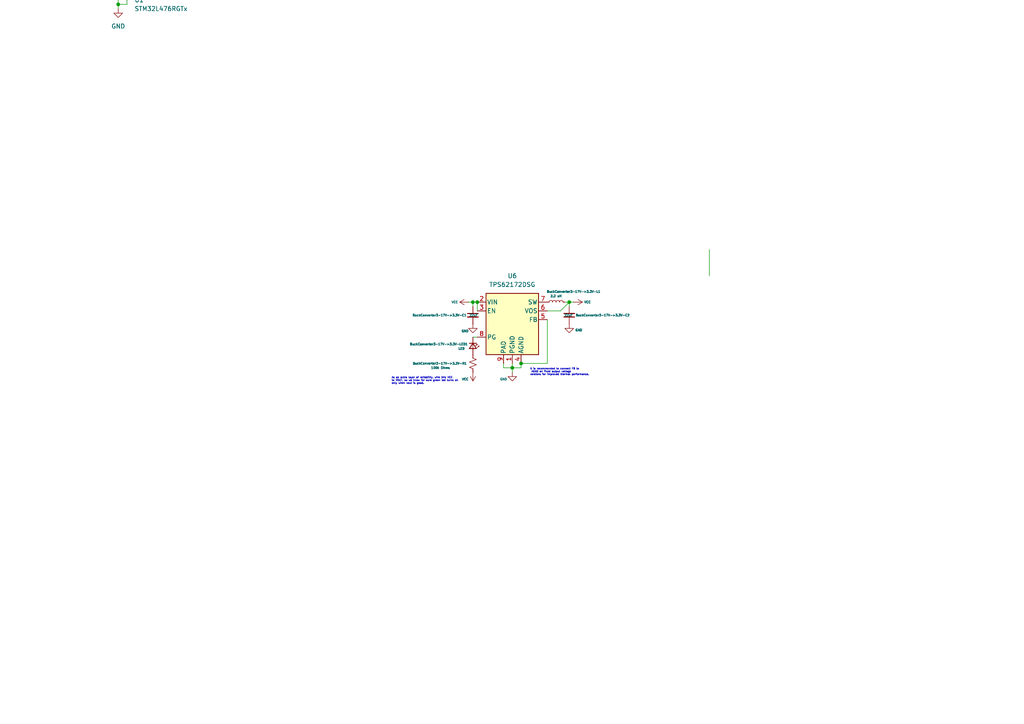
<source format=kicad_sch>
(kicad_sch (version 20250114) (generator "eeschema") (generator_version "9.0")
  (paper "A4")
  (lib_symbols
    (symbol "Connector:USB_C_Receptacle_USB2.0_14P" (pin_names (offset 1.016))
      (property "Reference" "J" (at 0 22.225 0))
      (property "Value" "USB_C_Receptacle_USB2.0_14P" (at 0 19.685 0))
      (symbol "USB_C_Receptacle_USB2.0_14P_0_0"
        (rectangle (start -0.254 -17.78) (end 0.254 -16.764))
        (rectangle (start 10.16 15.494) (end 9.144 14.986))
        (rectangle (start 10.16 10.414) (end 9.144 9.906))
        (rectangle (start 10.16 7.874) (end 9.144 7.366))
        (rectangle (start 10.16 2.794) (end 9.144 2.286))
        (rectangle (start 10.16 0.254) (end 9.144 -0.254))
        (rectangle (start 10.16 -2.286) (end 9.144 -2.794))
        (rectangle (start 10.16 -4.826) (end 9.144 -5.334))
      )
      (symbol "USB_C_Receptacle_USB2.0_14P_0_1"
        (rectangle (start -10.16 17.78) (end 10.16 -17.78) (stroke (width 0.254)) (fill (type background)))
        (polyline (pts (xy -8.89 -3.81) (xy -8.89 3.81)) (stroke (width 0.508)))
        (rectangle (start -7.62 -3.81) (end -6.35 3.81) (stroke (width 0.254)) (fill (type outline)))
        (arc (start -7.62 3.81) (mid -6.985 4.4423) (end -6.35 3.81) (stroke (width 0.254)))
        (arc (start -7.62 3.81) (mid -6.985 4.4423) (end -6.35 3.81) (stroke (width 0.254)) (fill (type outline)))
        (arc (start -8.89 3.81) (mid -6.985 5.7067) (end -5.08 3.81) (stroke (width 0.508)))
        (arc (start -5.08 -3.81) (mid -6.985 -5.7067) (end -8.89 -3.81) (stroke (width 0.508)))
        (arc (start -6.35 -3.81) (mid -6.985 -4.4423) (end -7.62 -3.81) (stroke (width 0.254)))
        (arc (start -6.35 -3.81) (mid -6.985 -4.4423) (end -7.62 -3.81) (stroke (width 0.254)) (fill (type outline)))
        (polyline (pts (xy -5.08 3.81) (xy -5.08 -3.81)) (stroke (width 0.508)))
        (circle (center -2.54 1.143) (radius 0.635) (stroke (width 0.254)) (fill (type outline)))
        (polyline (pts (xy -1.27 4.318) (xy 0 6.858) (xy 1.27 4.318) (xy -1.27 4.318)) (stroke (width 0.254)) (fill (type outline)))
        (polyline (pts (xy 0 -2.032) (xy 2.54 0.508) (xy 2.54 1.778)) (stroke (width 0.508)))
        (polyline (pts (xy 0 -3.302) (xy -2.54 -0.762) (xy -2.54 0.508)) (stroke (width 0.508)))
        (polyline (pts (xy 0 -5.842) (xy 0 4.318)) (stroke (width 0.508)))
        (circle (center 0 -5.842) (radius 1.27) (fill (type outline)))
        (rectangle (start 1.905 1.778) (end 3.175 3.048) (stroke (width 0.254)) (fill (type outline)))
      )
      (symbol "USB_C_Receptacle_USB2.0_14P_1_1"
        (pin passive line (at -7.62 -22.86 90) (length 5.08) (name "SHIELD") (number "S1"))
        (pin passive line (at 0 -22.86 90) (length 5.08) (name "GND") (number "A1"))
        (pin passive line (at 0 -22.86 90) (length 5.08) (hide yes) (name "GND") (number "A12"))
        (pin passive line (at 0 -22.86 90) (length 5.08) (hide yes) (name "GND") (number "B1"))
        (pin passive line (at 0 -22.86 90) (length 5.08) (hide yes) (name "GND") (number "B12"))
        (pin passive line (at 15.24 15.24 180) (length 5.08) (name "VBUS") (number "A4"))
        (pin passive line (at 15.24 15.24 180) (length 5.08) (hide yes) (name "VBUS") (number "A9"))
        (pin passive line (at 15.24 15.24 180) (length 5.08) (hide yes) (name "VBUS") (number "B4"))
        (pin passive line (at 15.24 15.24 180) (length 5.08) (hide yes) (name "VBUS") (number "B9"))
        (pin bidirectional line (at 15.24 10.16 180) (length 5.08) (name "CC1") (number "A5"))
        (pin bidirectional line (at 15.24 7.62 180) (length 5.08) (name "CC2") (number "B5"))
        (pin bidirectional line (at 15.24 2.54 180) (length 5.08) (name "D-") (number "A7"))
        (pin bidirectional line (at 15.24 0 180) (length 5.08) (name "D-") (number "B7"))
        (pin bidirectional line (at 15.24 -2.54 180) (length 5.08) (name "D+") (number "A6"))
        (pin bidirectional line (at 15.24 -5.08 180) (length 5.08) (name "D+") (number "B6"))
      )
    )
    (symbol "Custom_Library:1x2_Battery_Connector"
      (property "Reference" "U" (at 0 0 0))
      (symbol "1x2_Battery_Connector_0_1"
        (rectangle (start -1.27 2.54) (end 1.27 -2.54))
        (rectangle (start -1.27 1.27) (end -3.81 1.27))
        (rectangle (start -1.27 1.27) (end 0 1.27))
        (rectangle (start -1.27 -1.27) (end -3.81 -1.27))
        (rectangle (start -1.27 -1.27) (end 0 -1.27))
      )
      (symbol "1x2_Battery_Connector_1_1"
        (text "1" (at -2.54 2.032 0) (effects (font (size 0.889 0.889))))
        (text "2\n" (at -2.54 -0.508 0) (effects (font (size 0.889 0.889))))
        (text "+" (at 0.508 1.27 0) (effects (font (size 0.635 0.635))))
        (text "-" (at 0.508 -1.27 0) (effects (font (size 0.635 0.635))))
      )
    )
    (symbol "Device:C_Small" (pin_numbers (hide yes)) (pin_names (offset 0.254) (hide yes))
      (property "Reference" "C" (at 0.254 1.778 0))
      (property "Value" "C_Small" (at 0.254 -2.032 0))
      (symbol "C_Small_0_1"
        (polyline (pts (xy -1.524 0.508) (xy 1.524 0.508)) (stroke (width 0.3048)))
        (polyline (pts (xy -1.524 -0.508) (xy 1.524 -0.508)) (stroke (width 0.3302)))
      )
      (symbol "C_Small_1_1"
        (pin passive line (at 0 2.54 270) (length 2.032) (name "~") (number "1"))
        (pin passive line (at 0 -2.54 90) (length 2.032) (name "~") (number "2"))
      )
    )
    (symbol "Device:LED_Small" (pin_numbers (hide yes)) (pin_names (offset 0.254) (hide yes))
      (property "Reference" "D" (at -1.27 3.175 0))
      (property "Value" "LED_Small" (at -4.445 -2.54 0))
      (symbol "LED_Small_0_1"
        (polyline (pts (xy -0.762 -1.016) (xy -0.762 1.016)) (stroke (width 0.254)))
        (polyline (pts (xy 0 0.762) (xy -0.508 1.27) (xy -0.254 1.27) (xy -0.508 1.27) (xy -0.508 1.016)))
        (polyline (pts (xy 0.508 1.27) (xy 0 1.778) (xy 0.254 1.778) (xy 0 1.778) (xy 0 1.524)))
        (polyline (pts (xy 0.762 -1.016) (xy -0.762 0) (xy 0.762 1.016) (xy 0.762 -1.016)) (stroke (width 0.254)))
        (polyline (pts (xy 1.016 0) (xy -0.762 0)))
      )
      (symbol "LED_Small_1_1"
        (pin passive line (at -2.54 0 0) (length 1.778) (name "K") (number "1"))
        (pin passive line (at 2.54 0 180) (length 1.778) (name "A") (number "2"))
      )
    )
    (symbol "Device:L_Small" (pin_numbers (hide yes)) (pin_names (offset 0.254) (hide yes))
      (property "Reference" "L" (at 0.762 1.016 0))
      (property "Value" "L_Small" (at 0.762 -1.016 0))
      (symbol "L_Small_0_1"
        (arc (start 0 2.032) (mid 0.5058 1.524) (end 0 1.016))
        (arc (start 0 1.016) (mid 0.5058 0.508) (end 0 0))
        (arc (start 0 0) (mid 0.5058 -0.508) (end 0 -1.016))
        (arc (start 0 -1.016) (mid 0.5058 -1.524) (end 0 -2.032))
      )
      (symbol "L_Small_1_1"
        (pin passive line (at 0 2.54 270) (length 0.508) (name "~") (number "1"))
        (pin passive line (at 0 -2.54 90) (length 0.508) (name "~") (number "2"))
      )
    )
    (symbol "Device:Polyfuse_Small" (pin_numbers (hide yes)) (pin_names (offset 0))
      (property "Reference" "F" (at -1.905 0 90))
      (property "Value" "Polyfuse_Small" (at 1.905 0 90))
      (symbol "Polyfuse_Small_0_1"
        (polyline (pts (xy -1.016 1.27) (xy -1.016 0.762) (xy 1.016 -0.762) (xy 1.016 -1.27)))
        (rectangle (start -0.508 1.27) (end 0.508 -1.27))
        (polyline (pts (xy 0 2.54) (xy 0 -2.54)))
      )
      (symbol "Polyfuse_Small_1_1"
        (pin passive line (at 0 2.54 270) (length 0.635) (name "~") (number "1"))
        (pin passive line (at 0 -2.54 90) (length 0.635) (name "~") (number "2"))
      )
    )
    (symbol "Device:R_Small_US" (pin_numbers (hide yes)) (pin_names (offset 0.254) (hide yes))
      (property "Reference" "R" (at 0.762 0.508 0))
      (property "Value" "R_Small_US" (at 0.762 -1.016 0))
      (symbol "R_Small_US_1_1"
        (polyline (pts (xy 0 1.524) (xy 1.016 1.143) (xy 0 0.762) (xy -1.016 0.381) (xy 0 0)))
        (polyline (pts (xy 0 0) (xy 1.016 -0.381) (xy 0 -0.762) (xy -1.016 -1.143) (xy 0 -1.524)))
        (pin passive line (at 0 2.54 270) (length 1.016) (name "~") (number "1"))
        (pin passive line (at 0 -2.54 90) (length 1.016) (name "~") (number "2"))
      )
    )
    (symbol "Diode:1N4148WT" (pin_numbers (hide yes)) (pin_names (hide yes))
      (property "Reference" "D" (at 0 2.54 0))
      (property "Value" "1N4148WT" (at 0 -2.54 0))
      (symbol "1N4148WT_0_1"
        (polyline (pts (xy -1.27 1.27) (xy -1.27 -1.27)) (stroke (width 0.254)))
        (polyline (pts (xy 1.27 1.27) (xy 1.27 -1.27) (xy -1.27 0) (xy 1.27 1.27)) (stroke (width 0.254)))
        (polyline (pts (xy 1.27 0) (xy -1.27 0)))
      )
      (symbol "1N4148WT_1_1"
        (pin passive line (at -3.81 0 0) (length 2.54) (name "K") (number "1"))
        (pin passive line (at 3.81 0 180) (length 2.54) (name "A") (number "2"))
      )
    )
    (symbol "MCU_ST_STM32L4:STM32L476RGTx"
      (property "Reference" "U" (at -15.24 46.99 0))
      (property "Value" "STM32L476RGTx" (at 10.16 46.99 0))
      (symbol "STM32L476RGTx_0_1"
        (rectangle (start -15.24 -45.72) (end 15.24 45.72) (stroke (width 0.254)) (fill (type background)))
      )
      (symbol "STM32L476RGTx_1_1"
        (pin input line (at -17.78 40.64 0) (length 2.54) (name "NRST") (number "7"))
        (pin input line (at -17.78 35.56 0) (length 2.54) (name "BOOT0") (number "60"))
        (pin bidirectional line (at -17.78 30.48 0) (length 2.54) (name "PH0") (number "5"))
        (pin bidirectional line (at -17.78 27.94 0) (length 2.54) (name "PH1") (number "6"))
        (pin bidirectional line (at -17.78 22.86 0) (length 2.54) (name "PD2") (number "54"))
        (pin bidirectional line (at -17.78 17.78 0) (length 2.54) (name "PC0") (number "8"))
        (pin bidirectional line (at -17.78 15.24 0) (length 2.54) (name "PC1") (number "9"))
        (pin bidirectional line (at -17.78 12.7 0) (length 2.54) (name "PC2") (number "10"))
        (pin bidirectional line (at -17.78 10.16 0) (length 2.54) (name "PC3") (number "11"))
        (pin bidirectional line (at -17.78 7.62 0) (length 2.54) (name "PC4") (number "24"))
        (pin bidirectional line (at -17.78 5.08 0) (length 2.54) (name "PC5") (number "25"))
        (pin bidirectional line (at -17.78 2.54 0) (length 2.54) (name "PC6") (number "37"))
        (pin bidirectional line (at -17.78 0 0) (length 2.54) (name "PC7") (number "38"))
        (pin bidirectional line (at -17.78 -2.54 0) (length 2.54) (name "PC8") (number "39"))
        (pin bidirectional line (at -17.78 -5.08 0) (length 2.54) (name "PC9") (number "40"))
        (pin bidirectional line (at -17.78 -7.62 0) (length 2.54) (name "PC10") (number "51"))
        (pin bidirectional line (at -17.78 -10.16 0) (length 2.54) (name "PC11") (number "52"))
        (pin bidirectional line (at -17.78 -12.7 0) (length 2.54) (name "PC12") (number "53"))
        (pin bidirectional line (at -17.78 -15.24 0) (length 2.54) (name "PC13") (number "2"))
        (pin bidirectional line (at -17.78 -17.78 0) (length 2.54) (name "PC14") (number "3"))
        (pin bidirectional line (at -17.78 -20.32 0) (length 2.54) (name "PC15") (number "4"))
        (pin power_in line (at -5.08 48.26 270) (length 2.54) (name "VBAT") (number "1"))
        (pin power_in line (at -2.54 48.26 270) (length 2.54) (name "VDD") (number "19"))
        (pin power_in line (at 0 48.26 270) (length 2.54) (name "VDD") (number "32"))
        (pin power_in line (at 0 -48.26 90) (length 2.54) (name "VSS") (number "18"))
        (pin passive line (at 0 -48.26 90) (length 2.54) (hide yes) (name "VSS") (number "31"))
        (pin passive line (at 0 -48.26 90) (length 2.54) (hide yes) (name "VSS") (number "47"))
        (pin passive line (at 0 -48.26 90) (length 2.54) (hide yes) (name "VSS") (number "63"))
        (pin power_in line (at 2.54 48.26 270) (length 2.54) (name "VDD") (number "64"))
        (pin power_in line (at 2.54 -48.26 90) (length 2.54) (name "VSSA") (number "12"))
        (pin power_in line (at 5.08 48.26 270) (length 2.54) (name "VDDA") (number "13"))
        (pin power_in line (at 7.62 48.26 270) (length 2.54) (name "VDDUSB") (number "48"))
        (pin bidirectional line (at 17.78 40.64 180) (length 2.54) (name "PA0") (number "14"))
        (pin bidirectional line (at 17.78 38.1 180) (length 2.54) (name "PA1") (number "15"))
        (pin bidirectional line (at 17.78 35.56 180) (length 2.54) (name "PA2") (number "16"))
        (pin bidirectional line (at 17.78 33.02 180) (length 2.54) (name "PA3") (number "17"))
        (pin bidirectional line (at 17.78 30.48 180) (length 2.54) (name "PA4") (number "20"))
        (pin bidirectional line (at 17.78 27.94 180) (length 2.54) (name "PA5") (number "21"))
        (pin bidirectional line (at 17.78 25.4 180) (length 2.54) (name "PA6") (number "22"))
        (pin bidirectional line (at 17.78 22.86 180) (length 2.54) (name "PA7") (number "23"))
        (pin bidirectional line (at 17.78 20.32 180) (length 2.54) (name "PA8") (number "41"))
        (pin bidirectional line (at 17.78 17.78 180) (length 2.54) (name "PA9") (number "42"))
        (pin bidirectional line (at 17.78 15.24 180) (length 2.54) (name "PA10") (number "43"))
        (pin bidirectional line (at 17.78 12.7 180) (length 2.54) (name "PA11") (number "44"))
        (pin bidirectional line (at 17.78 10.16 180) (length 2.54) (name "PA12") (number "45"))
        (pin bidirectional line (at 17.78 7.62 180) (length 2.54) (name "PA13") (number "46"))
        (pin bidirectional line (at 17.78 5.08 180) (length 2.54) (name "PA14") (number "49"))
        (pin bidirectional line (at 17.78 2.54 180) (length 2.54) (name "PA15") (number "50"))
        (pin bidirectional line (at 17.78 -2.54 180) (length 2.54) (name "PB0") (number "26"))
        (pin bidirectional line (at 17.78 -5.08 180) (length 2.54) (name "PB1") (number "27"))
        (pin bidirectional line (at 17.78 -7.62 180) (length 2.54) (name "PB2") (number "28"))
        (pin bidirectional line (at 17.78 -10.16 180) (length 2.54) (name "PB3") (number "55"))
        (pin bidirectional line (at 17.78 -12.7 180) (length 2.54) (name "PB4") (number "56"))
        (pin bidirectional line (at 17.78 -15.24 180) (length 2.54) (name "PB5") (number "57"))
        (pin bidirectional line (at 17.78 -17.78 180) (length 2.54) (name "PB6") (number "58"))
        (pin bidirectional line (at 17.78 -20.32 180) (length 2.54) (name "PB7") (number "59"))
        (pin bidirectional line (at 17.78 -22.86 180) (length 2.54) (name "PB8") (number "61"))
        (pin bidirectional line (at 17.78 -25.4 180) (length 2.54) (name "PB9") (number "62"))
        (pin bidirectional line (at 17.78 -27.94 180) (length 2.54) (name "PB10") (number "29"))
        (pin bidirectional line (at 17.78 -30.48 180) (length 2.54) (name "PB11") (number "30"))
        (pin bidirectional line (at 17.78 -33.02 180) (length 2.54) (name "PB12") (number "33"))
        (pin bidirectional line (at 17.78 -35.56 180) (length 2.54) (name "PB13") (number "34"))
        (pin bidirectional line (at 17.78 -38.1 180) (length 2.54) (name "PB14") (number "35"))
        (pin bidirectional line (at 17.78 -40.64 180) (length 2.54) (name "PB15") (number "36"))
      )
    )
    (symbol "Power_Protection:USBLC6-2P6" (pin_names (hide yes))
      (property "Reference" "U" (at 0.635 5.715 0))
      (property "Value" "USBLC6-2P6" (at 0.635 3.81 0))
      (symbol "USBLC6-2P6_0_0"
        (circle (center -1.524 0) (radius 0.0001) (stroke (width 0.508)))
        (circle (center -0.508 2.032) (radius 0.0001) (stroke (width 0.508)))
        (circle (center -0.508 -4.572) (radius 0.0001) (stroke (width 0.508)))
        (circle (center 0.508 2.032) (radius 0.0001) (stroke (width 0.508)))
        (circle (center 0.508 -4.572) (radius 0.0001) (stroke (width 0.508)))
        (circle (center 1.524 -2.54) (radius 0.0001) (stroke (width 0.508)))
      )
      (symbol "USBLC6-2P6_0_1"
        (polyline (pts (xy -2.54 0) (xy 2.54 0)))
        (polyline (pts (xy -2.54 -2.54) (xy 2.54 -2.54)))
        (polyline (pts (xy -2.032 0.508) (xy -1.016 0.508) (xy -1.524 1.524) (xy -2.032 0.508)))
        (polyline (pts (xy -2.032 -3.048) (xy -1.016 -3.048)))
        (polyline (pts (xy -1.016 1.524) (xy -2.032 1.524)))
        (polyline (pts (xy -1.016 -4.064) (xy -2.032 -4.064) (xy -1.524 -3.048) (xy -1.016 -4.064)))
        (polyline (pts (xy -0.508 -1.143) (xy -0.508 -0.762) (xy 0.508 -0.762)))
        (polyline (pts (xy 0 2.54) (xy -0.508 2.032) (xy 0.508 2.032) (xy 0 1.524) (xy 0 -4.064) (xy -0.508 -4.572) (xy 0.508 -4.572) (xy 0 -5.08)))
        (polyline (pts (xy 0.508 -1.778) (xy -0.508 -1.778) (xy 0 -0.762) (xy 0.508 -1.778)))
        (polyline (pts (xy 1.016 1.524) (xy 2.032 1.524)))
        (polyline (pts (xy 1.016 -3.048) (xy 2.032 -3.048)))
        (polyline (pts (xy 2.032 0.508) (xy 1.016 0.508) (xy 1.524 1.524) (xy 2.032 0.508)))
        (polyline (pts (xy 2.032 -4.064) (xy 1.016 -4.064) (xy 1.524 -3.048) (xy 2.032 -4.064)))
      )
      (symbol "USBLC6-2P6_1_1"
        (rectangle (start -2.54 2.794) (end 2.54 -5.334) (stroke (width 0.254)) (fill (type background)))
        (polyline (pts (xy -0.508 2.032) (xy -1.524 2.032) (xy -1.524 -4.572) (xy -0.508 -4.572)))
        (polyline (pts (xy 0.508 -4.572) (xy 1.524 -4.572) (xy 1.524 2.032) (xy 0.508 2.032)))
        (pin passive line (at -5.08 0 0) (length 2.54) (name "I/O1") (number "1"))
        (pin passive line (at -5.08 -2.54 0) (length 2.54) (name "I/O2") (number "3"))
        (pin passive line (at 0 5.08 270) (length 2.54) (name "VBUS") (number "5"))
        (pin passive line (at 0 -7.62 90) (length 2.54) (name "GND") (number "2"))
        (pin passive line (at 5.08 0 180) (length 2.54) (name "I/O1") (number "6"))
        (pin passive line (at 5.08 -2.54 180) (length 2.54) (name "I/O2") (number "4"))
      )
    )
    (symbol "Regulator_Switching:TPS62131" (pin_names (offset 0.254))
      (property "Reference" "U" (at 3.81 13.97 0))
      (property "Value" "TPS62131" (at 3.81 11.43 0))
      (symbol "TPS62131_0_1"
        (rectangle (start -7.62 10.16) (end 7.62 -10.16) (stroke (width 0.254)) (fill (type background)))
      )
      (symbol "TPS62131_1_1"
        (pin input line (at -10.16 5.08 0) (length 2.54) (name "EN") (number "13"))
        (pin input line (at -10.16 2.54 0) (length 2.54) (name "SS/TR") (number "9"))
        (pin input line (at -10.16 0 0) (length 2.54) (name "DEF") (number "8"))
        (pin input line (at -10.16 -2.54 0) (length 2.54) (name "FSW") (number "7"))
        (pin power_in line (at 0 12.7 270) (length 2.54) (name "VIN") (number "10"))
        (pin passive line (at 0 12.7 270) (length 2.54) (hide yes) (name "VIN") (number "11"))
        (pin passive line (at 0 12.7 270) (length 2.54) (hide yes) (name "VIN") (number "12"))
        (pin passive line (at 0 -12.7 90) (length 2.54) (hide yes) (name "GND") (number "15"))
        (pin passive line (at 0 -12.7 90) (length 2.54) (hide yes) (name "GND") (number "16"))
        (pin passive line (at 0 -12.7 90) (length 2.54) (hide yes) (name "GND") (number "17"))
        (pin power_in line (at 0 -12.7 90) (length 2.54) (name "GND") (number "6"))
        (pin output line (at 10.16 5.08 180) (length 2.54) (name "SW") (number "1"))
        (pin passive line (at 10.16 5.08 180) (length 2.54) (hide yes) (name "SW") (number "2"))
        (pin passive line (at 10.16 5.08 180) (length 2.54) (hide yes) (name "SW") (number "3"))
        (pin input line (at 10.16 0 180) (length 2.54) (name "VOS") (number "14"))
        (pin open_collector line (at 10.16 -2.54 180) (length 2.54) (name "PG") (number "4"))
        (pin input line (at 10.16 -5.08 180) (length 2.54) (name "FB") (number "5"))
      )
    )
    (symbol "Regulator_Switching:TPS62172DSG" (pin_names (offset 0.254))
      (property "Reference" "U" (at -7.62 11.43 0))
      (property "Value" "TPS62172DSG" (at -1.27 11.43 0))
      (symbol "TPS62172DSG_0_1"
        (rectangle (start -7.62 10.16) (end 7.62 -7.62) (stroke (width 0.254)) (fill (type background)))
      )
      (symbol "TPS62172DSG_1_1"
        (pin power_in line (at -10.16 7.62 0) (length 2.54) (name "VIN") (number "2"))
        (pin input line (at -10.16 5.08 0) (length 2.54) (name "EN") (number "3"))
        (pin open_collector line (at -10.16 -2.54 0) (length 2.54) (name "PG") (number "8"))
        (pin power_in line (at -2.54 -10.16 90) (length 2.54) (name "PAD") (number "9"))
        (pin power_in line (at 0 -10.16 90) (length 2.54) (name "PGND") (number "1"))
        (pin power_in line (at 2.54 -10.16 90) (length 2.54) (name "AGND") (number "4"))
        (pin output line (at 10.16 7.62 180) (length 2.54) (name "SW") (number "7"))
        (pin input line (at 10.16 5.08 180) (length 2.54) (name "VOS") (number "6"))
        (pin input line (at 10.16 2.54 180) (length 2.54) (name "FB") (number "5"))
      )
    )
    (symbol "Sensor_Motion:MPU-9250"
      (property "Reference" "U" (at -11.43 19.05 0))
      (property "Value" "MPU-9250" (at 7.62 -19.05 0))
      (symbol "MPU-9250_0_1"
        (rectangle (start -12.7 17.78) (end 12.7 -17.78) (stroke (width 0.254)) (fill (type background)))
      )
      (symbol "MPU-9250_1_1"
        (pin bidirectional line (at -17.78 7.62 0) (length 5.08) (name "SDA/MOSI") (number "24"))
        (pin bidirectional line (at -17.78 5.08 0) (length 5.08) (name "AD0/MISO") (number "9"))
        (pin input line (at -17.78 2.54 0) (length 5.08) (name "SCL/SCLK") (number "23"))
        (pin input line (at -17.78 0 0) (length 5.08) (name "~{CS}") (number "22"))
        (pin input line (at -17.78 -5.08 0) (length 5.08) (name "FSYNC") (number "11"))
        (pin power_in line (at -2.54 22.86 270) (length 5.08) (name "VDDIO") (number "8"))
        (pin power_in line (at 0 -22.86 90) (length 5.08) (name "GND") (number "18"))
        (pin power_in line (at 2.54 22.86 270) (length 5.08) (name "VDD") (number "13"))
        (pin output line (at 17.78 7.62 180) (length 5.08) (name "INT") (number "12"))
        (pin bidirectional line (at 17.78 2.54 180) (length 5.08) (name "AUX_DA") (number "21"))
        (pin output clock (at 17.78 0 180) (length 5.08) (name "AUX_CL") (number "7"))
        (pin passive line (at 17.78 -5.08 180) (length 5.08) (name "REGOUT") (number "10"))
        (pin input line (at 17.78 -7.62 180) (length 5.08) (name "RESV_VDDIO") (number "1"))
        (pin power_in line (at 17.78 -10.16 180) (length 5.08) (name "RESV_GND") (number "20"))
      )
    )
    (symbol "power:GND" (power) (pin_numbers (hide yes)) (pin_names (offset 0) (hide yes))
      (property "Value" "GND" (at 0 -3.81 0))
      (symbol "GND_0_1"
        (polyline (pts (xy 0 0) (xy 0 -1.27) (xy 1.27 -1.27) (xy 0 -2.54) (xy -1.27 -1.27) (xy 0 -1.27)))
      )
      (symbol "GND_1_1"
        (pin power_in line (at 0 0 270) (length 0) (name "~") (number "1"))
      )
    )
    (symbol "power:VCC" (power) (pin_numbers (hide yes)) (pin_names (offset 0) (hide yes))
      (property "Value" "VCC" (at 0 3.556 0))
      (symbol "VCC_0_1"
        (polyline (pts (xy -0.762 1.27) (xy 0 2.54)))
        (polyline (pts (xy 0 2.54) (xy 0.762 1.27)))
        (polyline (pts (xy 0 0) (xy 0 2.54)))
      )
      (symbol "VCC_1_1"
        (pin power_in line (at 0 0 90) (length 0) (name "~") (number "1"))
      )
    )
  )
  (text "As an extra layer of reliability, wire this VCC \nto VOUT, so we know for sure green led turns on\nonly when vout is good." (at 113.538 110.49 0) (effects (font (size 0.508 0.508)) (justify left)))
  (text "For e sim card\n\ninput 3 - 17v\nfixed output 1.8v\n" (at 146.812 -39.878 0) (effects (font (size 1.27 1.27))))
  (text "It is recommended to connect FB to\n AGND on fixed output voltage \nversions for improved thermal performance.\n" (at 153.67 107.95 0) (effects (font (size 0.508 0.508)) (justify left)))
  (junction (at 133.35 -73.66))
  (junction (at 34.29 1.27))
  (junction (at 137.16 87.63))
  (junction (at 148.59 106.68))
  (junction (at 133.35 -88.9))
  (junction (at 165.1 87.63))
  (junction (at 151.13 105.41))
  (junction (at 138.43 -82.55))
  (junction (at 144.78 -88.9))
  (junction (at 34.29 -107.95))
  (junction (at 133.35 -71.12))
  (junction (at 138.43 87.63))
  (junction (at 34.29 -99.06))
  (junction (at 31.75 -99.06))
  (junction (at 118.11 -50.8))
  (wire (pts (xy 34.29 -99.06) (xy 36.83 -99.06)))
  (wire (pts (xy 29.21 -99.06) (xy 31.75 -99.06)))
  (wire (pts (xy 151.13 105.41) (xy 158.75 105.41)))
  (wire (pts (xy 144.78 -78.74) (xy 144.78 -88.9)))
  (wire (pts (xy 165.1 87.63) (xy 166.37 87.63)))
  (wire (pts (xy 31.75 -96.52) (xy 31.75 -99.06)))
  (wire (pts (xy 148.59 106.68) (xy 151.13 106.68)))
  (wire (pts (xy 133.35 -71.12) (xy 133.35 -68.58)))
  (wire (pts (xy 133.35 -88.9) (xy 144.78 -88.9)))
  (wire (pts (xy 140.97 -92.71) (xy 142.24 -92.71)))
  (wire (pts (xy 133.35 -73.66) (xy 139.7 -73.66)))
  (wire (pts (xy 41.91 -107.95) (xy 44.45 -107.95)))
  (wire (pts (xy 139.7 -82.55) (xy 139.7 -81.28)))
  (wire (pts (xy 148.59 105.41) (xy 148.59 106.68)))
  (wire (pts (xy 138.43 -83.82) (xy 138.43 -82.55)))
  (wire (pts (xy 133.35 -88.9) (xy 133.35 -92.71)))
  (wire (pts (xy 163.83 87.63) (xy 165.1 87.63)))
  (wire (pts (xy 146.05 105.41) (xy 146.05 106.68)))
  (wire (pts (xy 162.56 90.17) (xy 158.75 90.17)))
  (wire (pts (xy 34.29 -99.06) (xy 34.29 -96.52)))
  (wire (pts (xy 110.49 -50.8) (xy 118.11 -50.8)))
  (wire (pts (xy 133.35 -76.2) (xy 133.35 -73.66)))
  (wire (pts (xy 165.1 88.9) (xy 165.1 87.63)))
  (wire (pts (xy 34.29 -107.95) (xy 36.83 -107.95)))
  (wire (pts (xy 205.74 72.39) (xy 205.74 80.01)))
  (wire (pts (xy 137.16 97.79) (xy 138.43 97.79)))
  (wire (pts (xy 34.29 1.27) (xy 34.29 2.54)))
  (wire (pts (xy 138.43 87.63) (xy 138.43 90.17)))
  (wire (pts (xy 133.35 -71.12) (xy 139.7 -71.12)))
  (wire (pts (xy 34.29 0) (xy 34.29 1.27)))
  (wire (pts (xy 118.11 -50.8) (xy 118.11 -49.53)))
  (wire (pts (xy 158.75 92.71) (xy 158.75 105.41)))
  (wire (pts (xy 144.78 -88.9) (xy 146.05 -88.9)))
  (wire (pts (xy 36.83 -99.06) (xy 36.83 -96.52)))
  (wire (pts (xy 162.56 90.17) (xy 165.1 87.63)))
  (wire (pts (xy 34.29 -110.49) (xy 34.29 -107.95)))
  (wire (pts (xy 137.16 87.63) (xy 137.16 88.9)))
  (wire (pts (xy 36.83 0) (xy 36.83 1.27)))
  (wire (pts (xy 146.05 106.68) (xy 148.59 106.68)))
  (wire (pts (xy 29.21 -96.52) (xy 29.21 -99.06)))
  (wire (pts (xy 151.13 -88.9) (xy 152.4 -88.9)))
  (wire (pts (xy 36.83 1.27) (xy 34.29 1.27)))
  (wire (pts (xy 34.29 -107.95) (xy 34.29 -99.06)))
  (wire (pts (xy 138.43 -82.55) (xy 138.43 -81.28)))
  (wire (pts (xy 135.89 87.63) (xy 137.16 87.63)))
  (wire (pts (xy 148.59 106.68) (xy 148.59 107.95)))
  (wire (pts (xy 151.13 105.41) (xy 151.13 106.68)))
  (wire (pts (xy 44.45 -107.95) (xy 44.45 -105.41)))
  (wire (pts (xy 138.43 -82.55) (xy 139.7 -82.55)))
  (wire (pts (xy 137.16 87.63) (xy 138.43 87.63)))
  (wire (pts (xy 31.75 -99.06) (xy 34.29 -99.06)))
  (global_label "USB D-" (shape input) (at 149.86 -73.66 0) (effects (font (size 0.635 0.635))) (property "Intersheetrefs" "${INTERSHEET_REFS}" (effects (hide yes))))
  (global_label "VBUS" (shape input) (at 152.4 -88.9 0) (effects (font (size 0.635 0.635))) (property "Intersheetrefs" "${INTERSHEET_REFS}" (effects (hide yes))))
  (global_label "USB D+" (shape input) (at 149.86 -71.12 0) (effects (font (size 0.635 0.635))) (property "Intersheetrefs" "${INTERSHEET_REFS}" (effects (hide yes))))
  (symbol (lib_id "power:GND") (at 144.78 -96.52 180) (unit 1)
    (property "Reference" "#PWR09" (effects (hide yes)))
    (property "Value" "GND" (at 144.78 -99.822 0) (effects (font (size 0.635 0.635))))
    (property "Description" "Power symbol creates a global label with name \"GND\" , ground" (effects (hide yes)))
  )
  (symbol (lib_id "power:VCC") (at 137.16 107.95 180) (unit 1)
    (property "Reference" "#PWR07" (effects (hide yes)))
    (property "Value" "VCC" (at 135.89 109.982 0) (effects (font (size 0.635 0.635)) (justify left)))
    (property "Description" "Power symbol creates a global label with name \"VCC\"" (effects (hide yes)))
  )
  (symbol (lib_id "Device:C_Small") (at 137.16 91.44 0) (unit 1)
    (property "Reference" "BuckConverter3-17V->3.3V-C1" (at 119.634 91.44 0) (effects (font (size 0.635 0.635)) (justify left)))
    (property "Value" "22uF" (at 136.144 91.44 0) (effects (font (size 0.635 0.635)) (justify left)))
    (property "Footprint" "Capacitor_Tantalum_SMD:CP_EIA-1608-10_AVX-L" (effects (hide yes)))
    (property "Description" "Unpolarized capacitor, small symbol" (effects (hide yes)))
  )
  (symbol (lib_id "power:GND") (at 34.29 2.54 0) (unit 1)
    (property "Reference" "#PWR02" (effects (hide yes)))
    (property "Value" "GND" (at 34.29 7.62 0))
    (property "Description" "Power symbol creates a global label with name \"GND\" , ground" (effects (hide yes)))
  )
  (symbol (lib_id "Device:R_Small_US") (at 137.16 105.41 0) (unit 1)
    (property "Reference" "BuckConverter3-17V->3.3V-R1" (at 127.508 105.41 0) (effects (font (size 0.635 0.635))))
    (property "Value" "100k Ohms" (at 127.762 106.68 0) (effects (font (size 0.635 0.635))))
    (property "Footprint" "Resistor_SMD:R_0402_1005Metric_Pad0.72x0.64mm_HandSolder" (effects (hide yes)))
    (property "Description" "Resistor, small US symbol" (effects (hide yes)))
  )
  (symbol (lib_id "Custom_Library:1x2_Battery_Connector") (at 73.66 -38.1 0) (unit 1)
    (property "Reference" "U2" (at 76.2 -39.4737 0) (effects (justify left)))
    (property "Value" "~" (at 76.2 -36.9337 0) (effects (justify left)))
    (property "Footprint" "Connector_JST:JST_PH_B2B-PH-K_1x02_P2.00mm_Vertical" (effects (hide yes)))
  )
  (symbol (lib_id "Sensor_Motion:MPU-9250") (at 77.47 -72.39 0) (unit 1)
    (property "Reference" "U3" (at 79.6133 -52.07 0) (effects (justify left)))
    (property "Value" "MPU-9250" (at 79.6133 -49.53 0) (effects (justify left)))
    (property "Footprint" "Sensor_Motion:InvenSense_QFN-24_3x3mm_P0.4mm" (effects (hide yes)))
    (property "Datasheet" "https://invensense.tdk.com/wp-content/uploads/2015/02/PS-MPU-9250A-01-v1.1.pdf" (effects (hide yes)))
    (property "Description" "InvenSense 9-Axis Motion Sensor, Accelerometer, Gyroscope, Compass, I2C/SPI" (effects (hide yes)))
  )
  (symbol (lib_id "Connector:USB_C_Receptacle_USB2.0_14P") (at 118.11 -73.66 0) (unit 1)
    (property "Reference" "J1" (at 118.11 -96.52 0))
    (property "Value" "USB_C_Receptacle_USB2.0_14P" (at 118.11 -93.98 0))
    (property "Datasheet" "https://www.usb.org/sites/default/files/documents/usb_type-c.zip" (effects (hide yes)))
    (property "Description" "USB 2.0-only 14P Type-C Receptacle connector" (effects (hide yes)))
  )
  (symbol (lib_id "Regulator_Switching:TPS62131") (at 147.32 -20.32 0) (unit 1)
    (property "Reference" "U5" (at 149.4633 -34.29 0) (effects (justify left)))
    (property "Value" "TPS62131" (at 149.4633 -31.75 0) (effects (justify left)))
    (property "Footprint" "Package_DFN_QFN:VQFN-16-1EP_3x3mm_P0.5mm_EP1.68x1.68mm_ThermalVias" (effects (hide yes)))
    (property "Datasheet" "http://www.ti.com/lit/ds/symlink/tps62130.pdf" (effects (hide yes)))
    (property "Description" "3A Step-Down Converter with DCS-Control, Fixed 1.8V Output Voltage, 3-17V Input Voltage, QFN-16" (effects (hide yes)))
  )
  (symbol (lib_id "Device:L_Small") (at 161.29 87.63 90) (unit 1)
    (property "Reference" "BuckConverter3-17V->3.3V-L1" (at 166.37 84.582 90) (effects (font (size 0.635 0.635))))
    (property "Value" "2.2 uH" (at 161.29 85.852 90) (effects (font (size 0.635 0.635))))
    (property "Footprint" "Inductor_SMD:L_0201_0603Metric_Pad0.64x0.40mm_HandSolder" (effects (hide yes)))
    (property "Description" "Inductor, small symbol" (effects (hide yes)))
  )
  (symbol (lib_id "Regulator_Switching:TPS62172DSG") (at 148.59 95.25 0) (unit 1)
    (property "Reference" "U6" (at 148.59 80.01 0))
    (property "Value" "TPS62172DSG" (at 148.59 82.55 0))
    (property "Footprint" "Package_SON:WSON-8-1EP_2x2mm_P0.5mm_EP0.9x1.6mm_ThermalVias" (effects (hide yes)))
    (property "Datasheet" "http://www.ti.com/lit/ds/symlink/tps62170.pdf" (effects (hide yes)))
    (property "Description" "500mA Step-Down Converter with DCS-Control, fixed 3.3V output, 3-17V input voltage, WSON-8" (effects (hide yes)))
  )
  (symbol (lib_id "power:GND") (at 44.45 -105.41 0) (unit 1)
    (property "Reference" "#PWR03" (effects (hide yes)))
    (property "Value" "GND" (at 44.45 -100.33 0))
    (property "Description" "Power symbol creates a global label with name \"GND\" , ground" (effects (hide yes)))
  )
  (symbol (lib_id "Power_Protection:USBLC6-2P6") (at 144.78 -73.66 0) (unit 1)
    (property "Reference" "U4" (at 149.606 -77.47 0) (effects (font (size 0.635 0.635)) (justify left)))
    (property "Value" "USBLC6-2P6" (at 149.352 -76.454 0) (effects (font (size 0.635 0.635)) (justify left)))
    (property "Footprint" "Package_TO_SOT_SMD:SOT-666" (effects (hide yes)))
    (property "Datasheet" "https://www.st.com/resource/en/datasheet/usblc6-2.pdf" (effects (hide yes)))
    (property "Description" "Very low capacitance ESD protection diode, 2 data-line, SOT-666" (effects (hide yes)))
  )
  (symbol (lib_id "power:GND") (at 148.59 107.95 0) (unit 1)
    (property "Reference" "#PWR011" (effects (hide yes)))
    (property "Value" "GND" (at 146.05 109.982 0) (effects (font (size 0.635 0.635))))
    (property "Description" "Power symbol creates a global label with name \"GND\" , ground" (effects (hide yes)))
  )
  (symbol (lib_id "power:VCC") (at 34.29 -110.49 0) (unit 1)
    (property "Reference" "#PWR01" (effects (hide yes)))
    (property "Value" "VCC" (at 34.29 -115.57 0))
    (property "Description" "Power symbol creates a global label with name \"VCC\"" (effects (hide yes)))
  )
  (symbol (lib_id "power:GND") (at 139.7 -81.28 0) (unit 1)
    (property "Reference" "#PWR08" (effects (hide yes)))
    (property "Value" "GND" (at 139.7 -77.47 0) (effects (font (size 0.635 0.635))))
    (property "Description" "Power symbol creates a global label with name \"GND\" , ground" (effects (hide yes)))
  )
  (symbol (lib_id "Device:C_Small") (at 39.37 -107.95 90) (unit 1)
    (property "Reference" "C1" (at 39.3763 -114.3 90))
    (property "Value" "C_Small" (at 39.3763 -111.76 90))
    (property "Description" "Unpolarized capacitor, small symbol" (effects (hide yes)))
  )
  (symbol (lib_id "power:GND") (at 144.78 -66.04 0) (unit 1)
    (property "Reference" "#PWR010" (effects (hide yes)))
    (property "Value" "GND" (at 144.78 -62.23 0) (effects (font (size 0.635 0.635))))
    (property "Description" "Power symbol creates a global label with name \"GND\" , ground" (effects (hide yes)))
  )
  (symbol (lib_id "power:VCC") (at 135.89 87.63 90) (unit 1)
    (property "Reference" "#PWR05" (effects (hide yes)))
    (property "Value" "VCC" (at 132.842 87.63 90) (effects (font (size 0.635 0.635)) (justify left)))
    (property "Description" "Power symbol creates a global label with name \"VCC\"" (effects (hide yes)))
  )
  (symbol (lib_id "Device:R_Small_US") (at 135.89 -83.82 270) (unit 1)
    (property "Reference" "R1" (at 132.08 -86.36 90) (effects (font (size 0.635 0.635))))
    (property "Value" "R_Small_US" (at 135.89 -86.36 90) (effects (font (size 0.635 0.635))))
    (property "Description" "Resistor, small US symbol" (effects (hide yes)))
  )
  (symbol (lib_id "Device:C_Small") (at 165.1 91.44 180) (unit 1)
    (property "Reference" "BuckConverter3-17V->3.3V-C2" (at 182.626 91.44 0) (effects (font (size 0.635 0.635)) (justify left)))
    (property "Value" "22uF" (at 166.116 91.44 0) (effects (font (size 0.635 0.635)) (justify left)))
    (property "Footprint" "Capacitor_Tantalum_SMD:CP_EIA-1608-10_AVX-L" (effects (hide yes)))
    (property "Description" "Unpolarized capacitor, small symbol" (effects (hide yes)))
  )
  (symbol (lib_id "power:GND") (at 118.11 -49.53 0) (unit 1)
    (property "Reference" "#PWR04" (effects (hide yes)))
    (property "Value" "GND" (at 118.11 -45.72 0))
    (property "Description" "Power symbol creates a global label with name \"GND\" , ground" (effects (hide yes)))
  )
  (symbol (lib_id "power:GND") (at 165.1 93.98 0) (unit 1)
    (property "Reference" "#PWR012" (effects (hide yes)))
    (property "Value" "GND" (at 167.894 95.758 0) (effects (font (size 0.635 0.635))))
    (property "Description" "Power symbol creates a global label with name \"GND\" , ground" (effects (hide yes)))
  )
  (symbol (lib_id "power:GND") (at 137.16 93.98 0) (unit 1)
    (property "Reference" "#PWR06" (effects (hide yes)))
    (property "Value" "GND" (at 134.874 96.012 0) (effects (font (size 0.635 0.635))))
    (property "Description" "Power symbol creates a global label with name \"GND\" , ground" (effects (hide yes)))
  )
  (symbol (lib_id "MCU_ST_STM32L4:STM32L476RGTx") (at 34.29 -48.26 0) (unit 1)
    (property "Reference" "U1" (at 38.9733 0 0) (effects (justify left)))
    (property "Value" "STM32L476RGTx" (at 38.9733 2.54 0) (effects (justify left)))
    (property "Footprint" "Package_QFP:LQFP-64_10x10mm_P0.5mm" (effects (hide yes)))
    (property "Datasheet" "https://www.st.com/resource/en/datasheet/stm32l476rg.pdf" (effects (hide yes)))
    (property "Description" "STMicroelectronics Arm Cortex-M4 MCU, 1024KB flash, 128KB RAM, 80 MHz, 1.71-3.6V, 51 GPIO, LQFP64" (effects (hide yes)))
  )
  (symbol (lib_id "Device:C_Small") (at 144.78 -93.98 0) (unit 1)
    (property "Reference" "C2" (at 147.32 -95.2438 0) (effects (justify left)))
    (property "Value" "C_Small" (at 147.32 -92.7038 0) (effects (justify left)))
    (property "Description" "Unpolarized capacitor, small symbol" (effects (hide yes)))
  )
  (symbol (lib_id "Device:LED_Small") (at 137.16 100.33 270) (unit 1)
    (property "Reference" "BuckConverter3-17V->3.3V-LED1" (at 127.254 99.822 90) (effects (font (size 0.635 0.635))))
    (property "Value" "LED" (at 133.858 101.092 90) (effects (font (size 0.635 0.635))))
    (property "Footprint" "LED_SMD:LED_0201_0603Metric_Pad0.64x0.40mm_HandSolder" (effects (hide yes)))
    (property "Description" "Light emitting diode, small symbol" (effects (hide yes)))
    (property "Sim.Pins" "1=K 2=A" (effects (hide yes)))
  )
  (symbol (lib_id "Device:Polyfuse_Small") (at 148.59 -88.9 90) (unit 1)
    (property "Reference" "F1" (at 148.844 -87.122 90) (effects (font (size 0.635 0.635))))
    (property "Value" "Polyfuse_Small" (at 149.606 -86.106 90) (effects (font (size 0.635 0.635))))
    (property "Description" "Resettable fuse, polymeric positive temperature coefficient, small symbol" (effects (hide yes)))
  )
  (symbol (lib_id "Diode:1N4148WT") (at 137.16 -92.71 180) (unit 1)
    (property "Reference" "D1" (at 137.16 -99.06 0))
    (property "Value" "1N4148WT" (at 137.16 -96.52 0))
    (property "Footprint" "Diode_SMD:D_SOD-523" (effects (hide yes)))
    (property "Datasheet" "https://www.diodes.com/assets/Datasheets/ds30396.pdf" (effects (hide yes)))
    (property "Description" "75V 0.15A Fast switching Diode, SOD-523" (effects (hide yes)))
    (property "Sim.Device" "D" (effects (hide yes)))
    (property "Sim.Pins" "1=K 2=A" (effects (hide yes)))
  )
  (symbol (lib_id "power:VCC") (at 166.37 87.63 270) (unit 1)
    (property "Reference" "#PWR013" (effects (hide yes)))
    (property "Value" "VCC" (at 169.418 87.63 90) (effects (font (size 0.635 0.635)) (justify left)))
    (property "Description" "Power symbol creates a global label with name \"VCC\"" (effects (hide yes)))
  )
  (symbol (lib_id "Device:R_Small_US") (at 135.89 -81.28 270) (unit 1)
    (property "Reference" "R2" (at 131.064 -79.502 90) (effects (font (size 0.635 0.635))))
    (property "Value" "R_Small_US" (at 135.128 -79.502 90) (effects (font (size 0.635 0.635))))
    (property "Description" "Resistor, small US symbol" (effects (hide yes)))
  )
)
</source>
